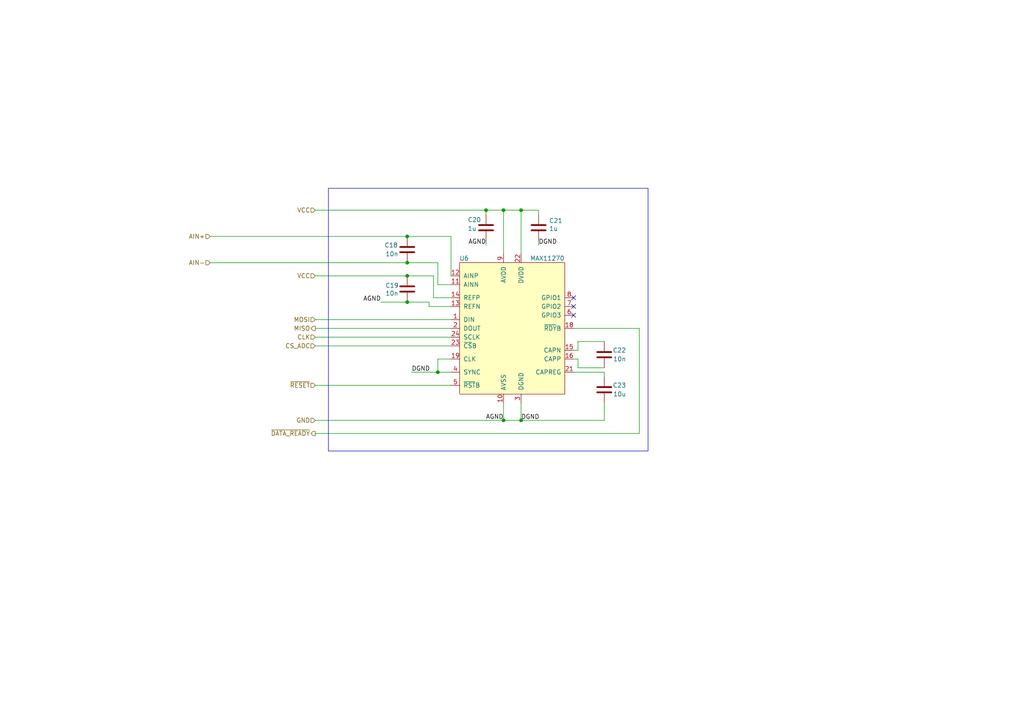
<source format=kicad_sch>
(kicad_sch (version 20250114) (generator "eeschema") (generator_version "9.0")
  (paper "A4")
  (lib_symbols
    (symbol "Device:C" (pin_numbers (hide yes)) (pin_names (offset 0.254))
      (property "Reference" "C" (at 0.635 2.54 0))
      (property "Value" "C" (at 0.635 -2.54 0))
      (symbol "C_0_1"
        (polyline (pts (xy -2.032 0.762) (xy 2.032 0.762)) (stroke (width 0.508)))
        (polyline (pts (xy -2.032 -0.762) (xy 2.032 -0.762)) (stroke (width 0.508)))
      )
      (symbol "C_1_1"
        (pin passive line (at 0 3.81 270) (length 2.794) (name "~") (number "1"))
        (pin passive line (at 0 -3.81 90) (length 2.794) (name "~") (number "2"))
      )
    )
    (symbol "william_adc:MAX11270EUG+" (pin_names (offset 1.016))
      (property "Reference" "U" (at 12.7 20.32 0))
      (property "Value" "MAX11270EUG+" (at 0 1.27 0))
      (symbol "MAX11270EUG+_0_1"
        (rectangle (start -15.24 -19.05) (end 15.24 19.05) (fill (type background)))
      )
      (symbol "MAX11270EUG+_1_1"
        (pin input line (at -17.78 15.24 0) (length 2.54) (name "AINP") (number "12"))
        (pin input line (at -17.78 12.7 0) (length 2.54) (name "AINN") (number "11"))
        (pin input line (at -17.78 8.89 0) (length 2.54) (name "REFP") (number "14"))
        (pin input line (at -17.78 6.35 0) (length 2.54) (name "REFN") (number "13"))
        (pin input line (at -17.78 2.54 0) (length 2.54) (name "DIN") (number "1"))
        (pin output line (at -17.78 0 0) (length 2.54) (name "DOUT") (number "2"))
        (pin input line (at -17.78 -2.54 0) (length 2.54) (name "SCLK") (number "24"))
        (pin input line (at -17.78 -5.08 0) (length 2.54) (name "~{CS}B") (number "23"))
        (pin input line (at -17.78 -8.89 0) (length 2.54) (name "CLK") (number "19"))
        (pin input line (at -17.78 -12.7 0) (length 2.54) (name "SYNC") (number "4"))
        (pin input line (at -17.78 -16.51 0) (length 2.54) (name "~{RST}B") (number "5"))
        (pin power_in line (at -2.54 21.59 270) (length 2.54) (name "AVDD") (number "9"))
        (pin power_in line (at -2.54 -21.59 90) (length 2.54) (name "AVSS") (number "10"))
        (pin passive line (at -2.54 -21.59 90) (length 2.54) (hide yes) (name "AVSS") (number "17"))
        (pin power_in line (at 2.54 21.59 270) (length 2.54) (name "DVDD") (number "22"))
        (pin passive line (at 2.54 -21.59 90) (length 2.54) (hide yes) (name "DGND") (number "20"))
        (pin power_in line (at 2.54 -21.59 90) (length 2.54) (name "DGND") (number "3"))
        (pin input line (at 17.78 8.89 180) (length 2.54) (name "GPIO1") (number "8"))
        (pin input line (at 17.78 6.35 180) (length 2.54) (name "GPIO2") (number "7"))
        (pin input line (at 17.78 3.81 180) (length 2.54) (name "GPIO3") (number "6"))
        (pin output line (at 17.78 0 180) (length 2.54) (name "~{RDY}B") (number "18"))
        (pin input line (at 17.78 -6.35 180) (length 2.54) (name "CAPN") (number "15"))
        (pin power_out line (at 17.78 -8.89 180) (length 2.54) (name "CAPP") (number "16"))
        (pin power_out line (at 17.78 -12.7 180) (length 2.54) (name "CAPREG") (number "21"))
      )
    )
  )
  (rectangle (start 95.25 54.61) (end 187.96 130.81))
  (junction (at 118.11 68.58))
  (junction (at 146.05 60.96))
  (junction (at 118.11 80.01))
  (junction (at 146.05 121.92))
  (junction (at 151.13 121.92))
  (junction (at 127 107.95))
  (junction (at 118.11 87.63))
  (junction (at 140.97 60.96))
  (junction (at 151.13 60.96))
  (junction (at 118.11 76.2))
  (no_connect (at 166.37 91.44))
  (no_connect (at 166.37 86.36))
  (no_connect (at 166.37 88.9))
  (wire (pts (xy 91.44 92.71) (xy 130.81 92.71)))
  (wire (pts (xy 91.44 111.76) (xy 130.81 111.76)))
  (wire (pts (xy 127 107.95) (xy 127 104.14)))
  (wire (pts (xy 146.05 73.66) (xy 146.05 60.96)))
  (wire (pts (xy 146.05 116.84) (xy 146.05 121.92)))
  (wire (pts (xy 146.05 121.92) (xy 151.13 121.92)))
  (wire (pts (xy 167.64 101.6) (xy 166.37 101.6)))
  (wire (pts (xy 118.11 80.01) (xy 125.73 80.01)))
  (wire (pts (xy 124.46 88.9) (xy 130.81 88.9)))
  (wire (pts (xy 146.05 60.96) (xy 151.13 60.96)))
  (wire (pts (xy 60.96 68.58) (xy 118.11 68.58)))
  (wire (pts (xy 185.42 95.25) (xy 166.37 95.25)))
  (wire (pts (xy 167.64 106.68) (xy 167.64 104.14)))
  (wire (pts (xy 91.44 80.01) (xy 118.11 80.01)))
  (wire (pts (xy 91.44 100.33) (xy 130.81 100.33)))
  (wire (pts (xy 167.64 104.14) (xy 166.37 104.14)))
  (wire (pts (xy 110.49 87.63) (xy 118.11 87.63)))
  (wire (pts (xy 91.44 97.79) (xy 130.81 97.79)))
  (wire (pts (xy 91.44 95.25) (xy 130.81 95.25)))
  (wire (pts (xy 175.26 99.06) (xy 167.64 99.06)))
  (wire (pts (xy 119.38 107.95) (xy 127 107.95)))
  (wire (pts (xy 91.44 121.92) (xy 146.05 121.92)))
  (wire (pts (xy 175.26 109.22) (xy 175.26 107.95)))
  (wire (pts (xy 127 76.2) (xy 127 82.55)))
  (wire (pts (xy 118.11 87.63) (xy 124.46 87.63)))
  (wire (pts (xy 151.13 116.84) (xy 151.13 121.92)))
  (wire (pts (xy 91.44 60.96) (xy 140.97 60.96)))
  (wire (pts (xy 140.97 69.85) (xy 140.97 71.12)))
  (wire (pts (xy 130.81 107.95) (xy 127 107.95)))
  (wire (pts (xy 91.44 125.73) (xy 185.42 125.73)))
  (wire (pts (xy 175.26 106.68) (xy 167.64 106.68)))
  (wire (pts (xy 118.11 68.58) (xy 130.81 68.58)))
  (wire (pts (xy 175.26 107.95) (xy 166.37 107.95)))
  (wire (pts (xy 175.26 116.84) (xy 175.26 121.92)))
  (wire (pts (xy 156.21 60.96) (xy 156.21 62.23)))
  (wire (pts (xy 175.26 121.92) (xy 151.13 121.92)))
  (wire (pts (xy 140.97 62.23) (xy 140.97 60.96)))
  (wire (pts (xy 167.64 99.06) (xy 167.64 101.6)))
  (wire (pts (xy 125.73 86.36) (xy 130.81 86.36)))
  (wire (pts (xy 125.73 80.01) (xy 125.73 86.36)))
  (wire (pts (xy 151.13 73.66) (xy 151.13 60.96)))
  (wire (pts (xy 185.42 125.73) (xy 185.42 95.25)))
  (wire (pts (xy 151.13 60.96) (xy 156.21 60.96)))
  (wire (pts (xy 156.21 71.12) (xy 156.21 69.85)))
  (wire (pts (xy 127 104.14) (xy 130.81 104.14)))
  (wire (pts (xy 118.11 76.2) (xy 127 76.2)))
  (wire (pts (xy 60.96 76.2) (xy 118.11 76.2)))
  (wire (pts (xy 127 82.55) (xy 130.81 82.55)))
  (wire (pts (xy 124.46 87.63) (xy 124.46 88.9)))
  (wire (pts (xy 140.97 60.96) (xy 146.05 60.96)))
  (wire (pts (xy 130.81 68.58) (xy 130.81 80.01)))
  (label "AGND" (at 146.05 121.92 180))
  (label "DGND" (at 119.38 107.95 0))
  (label "DGND" (at 156.21 71.12 0))
  (label "AGND" (at 110.49 87.63 180))
  (label "AGND" (at 140.97 71.12 180))
  (label "DGND" (at 151.13 121.92 0))
  (hierarchical_label "MOSI" (shape input) (at 91.44 92.71 180))
  (hierarchical_label "~{DATA_READY}" (shape output) (at 91.44 125.73 180))
  (hierarchical_label "CLK" (shape input) (at 91.44 97.79 180))
  (hierarchical_label "GND" (shape input) (at 91.44 121.92 180))
  (hierarchical_label "AIN+" (shape input) (at 60.96 68.58 180))
  (hierarchical_label "CS_ADC" (shape input) (at 91.44 100.33 180))
  (hierarchical_label "VCC" (shape input) (at 91.44 60.96 180))
  (hierarchical_label "~{RESET}" (shape input) (at 91.44 111.76 180))
  (hierarchical_label "AIN-" (shape input) (at 60.96 76.2 180))
  (hierarchical_label "VCC" (shape input) (at 91.44 80.01 180))
  (hierarchical_label "MISO" (shape output) (at 91.44 95.25 180))
  (symbol (lib_id "william_adc:MAX11270EUG+") (at 148.59 95.25 0) (unit 1)
    (property "Reference" "U6" (at 134.62 74.93 0))
    (property "Value" "MAX11270" (at 158.75 74.93 0))
    (property "Footprint" "Package_SO:TSSOP-24_4.4x7.8mm_P0.65mm" (effects (hide yes)))
  )
  (symbol (lib_id "Device:C") (at 140.97 66.04 0) (unit 1)
    (property "Reference" "C20" (at 135.636 63.754 0) (effects (justify left)))
    (property "Value" "1u" (at 135.636 66.294 0) (effects (justify left)))
    (property "Footprint" "Capacitor_SMD:C_0603_1608Metric" (effects (hide yes)))
  )
  (symbol (lib_id "Device:C") (at 156.21 66.04 0) (unit 1)
    (property "Reference" "C21" (at 159.258 64.008 0) (effects (justify left)))
    (property "Value" "1u" (at 159.258 66.3194 0) (effects (justify left)))
    (property "Footprint" "Capacitor_SMD:C_0603_1608Metric" (effects (hide yes)))
  )
  (symbol (lib_id "Device:C") (at 118.11 72.39 0) (unit 1)
    (property "Reference" "C18" (at 111.506 71.12 0) (effects (justify left)))
    (property "Value" "10n" (at 111.76 73.66 0) (effects (justify left)))
    (property "Footprint" "Capacitor_SMD:C_0603_1608Metric" (effects (hide yes)))
  )
  (symbol (lib_id "Device:C") (at 118.11 83.82 0) (unit 1)
    (property "Reference" "C19" (at 111.76 82.804 0) (effects (justify left)))
    (property "Value" "10n" (at 111.76 85.09 0) (effects (justify left)))
    (property "Footprint" "Capacitor_SMD:C_0603_1608Metric" (effects (hide yes)))
  )
  (symbol (lib_id "Device:C") (at 175.26 102.87 0) (mirror y) (unit 1)
    (property "Reference" "C22" (at 181.61 101.6 0) (effects (justify left)))
    (property "Value" "10n" (at 181.61 104.14 0) (effects (justify left)))
    (property "Footprint" "Capacitor_SMD:C_0603_1608Metric" (effects (hide yes)))
  )
  (symbol (lib_id "Device:C") (at 175.26 113.03 0) (mirror y) (unit 1)
    (property "Reference" "C23" (at 181.61 111.76 0) (effects (justify left)))
    (property "Value" "10u" (at 181.61 114.3 0) (effects (justify left)))
    (property "Footprint" "Capacitor_SMD:C_0805_2012Metric" (effects (hide yes)))
  )
)
</source>
